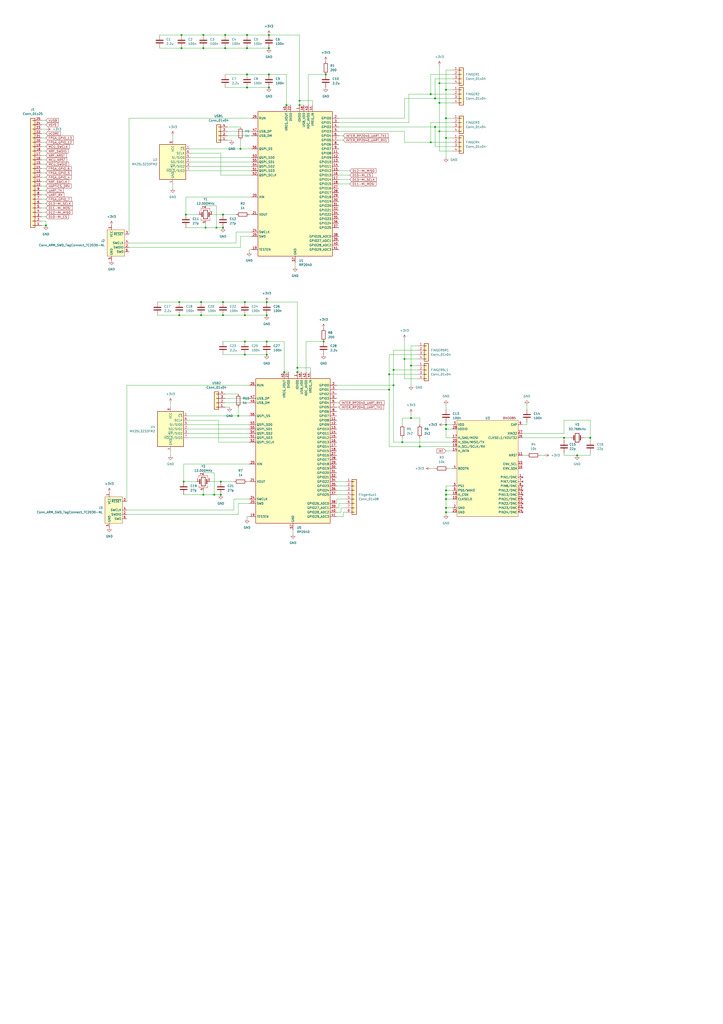
<source format=kicad_sch>
(kicad_sch (version 20230121) (generator eeschema)
  (paper "A2" portrait)
  (junction (at 107.95 124.46))
  (junction (at 124.46 287.02))
  (junction (at 259.08 287.02))
  (junction (at 166.37 60.96))
  (junction (at 172.72 213.36))
  (junction (at 118.11 287.02))
  (junction (at 259.08 297.18))
  (junction (at 243.84 259.08))
  (junction (at 129.54 182.88))
  (junction (at 138.43 241.3))
  (junction (at 142.24 205.74))
  (junction (at 165.1 215.9))
  (junction (at 259.08 68.58))
  (junction (at 252.73 73.66))
  (junction (at 342.9 254))
  (junction (at 238.76 242.57))
  (junction (at 104.14 182.88))
  (junction (at 105.41 20.32))
  (junction (at 116.84 182.88))
  (junction (at 143.51 20.32))
  (junction (at 116.84 175.26))
  (junction (at 104.14 175.26))
  (junction (at 228.6 214.63))
  (junction (at 173.99 58.42))
  (junction (at 129.54 124.46))
  (junction (at 172.72 215.9))
  (junction (at 154.94 198.12))
  (junction (at 259.08 80.01))
  (junction (at 156.21 27.94))
  (junction (at 156.21 50.8))
  (junction (at 252.73 57.15))
  (junction (at 130.81 27.94))
  (junction (at 226.06 226.06))
  (junction (at 255.27 59.69))
  (junction (at 255.27 48.26))
  (junction (at 238.76 212.09))
  (junction (at 154.94 182.88))
  (junction (at 125.73 132.08))
  (junction (at 233.68 256.54))
  (junction (at 143.51 50.8))
  (junction (at 226.06 217.17))
  (junction (at 255.27 76.2))
  (junction (at 119.38 132.08))
  (junction (at 26.67 130.81))
  (junction (at 327.66 254))
  (junction (at 259.08 284.48))
  (junction (at 142.24 175.26))
  (junction (at 105.41 27.94))
  (junction (at 259.08 52.07))
  (junction (at 128.27 279.4))
  (junction (at 250.19 82.55))
  (junction (at 129.54 132.08))
  (junction (at 173.99 60.96))
  (junction (at 130.81 20.32))
  (junction (at 142.24 182.88))
  (junction (at 156.21 43.18))
  (junction (at 189.23 43.18))
  (junction (at 234.95 208.28))
  (junction (at 154.94 205.74))
  (junction (at 156.21 20.32))
  (junction (at 118.11 27.94))
  (junction (at 187.96 198.12))
  (junction (at 139.7 86.36))
  (junction (at 259.08 248.92))
  (junction (at 142.24 198.12))
  (junction (at 259.08 289.56))
  (junction (at 228.6 223.52))
  (junction (at 143.51 27.94))
  (junction (at 128.27 287.02))
  (junction (at 335.28 264.16))
  (junction (at 250.19 54.61))
  (junction (at 259.08 246.38))
  (junction (at 143.51 43.18))
  (junction (at 154.94 175.26))
  (junction (at 259.08 294.64))
  (junction (at 106.68 279.4))
  (junction (at 129.54 175.26))
  (junction (at 118.11 20.32))
  (wire (pts (xy 128.27 279.4) (xy 135.89 279.4)))
  (wire (pts (xy 105.41 20.32) (xy 92.71 20.32)))
  (wire (pts (xy 259.08 284.48) (xy 259.08 287.02)))
  (wire (pts (xy 259.08 234.95) (xy 259.08 237.49)))
  (wire (pts (xy 130.81 20.32) (xy 118.11 20.32)))
  (wire (pts (xy 124.46 274.32) (xy 124.46 287.02)))
  (wire (pts (xy 132.08 73.66) (xy 139.7 73.66)))
  (wire (pts (xy 342.9 243.84) (xy 342.9 254)))
  (wire (pts (xy 172.72 215.9) (xy 175.26 215.9)))
  (wire (pts (xy 196.85 78.74) (xy 199.39 78.74)))
  (wire (pts (xy 109.22 243.84) (xy 127 243.84)))
  (wire (pts (xy 238.76 200.66) (xy 238.76 212.09)))
  (wire (pts (xy 74.93 143.51) (xy 139.7 143.51)))
  (wire (pts (xy 237.49 54.61) (xy 250.19 54.61)))
  (wire (pts (xy 226.06 217.17) (xy 242.57 217.17)))
  (wire (pts (xy 110.49 88.9) (xy 128.27 88.9)))
  (wire (pts (xy 106.68 287.02) (xy 118.11 287.02)))
  (wire (pts (xy 331.47 254) (xy 327.66 254)))
  (wire (pts (xy 24.13 82.55) (xy 26.67 82.55)))
  (wire (pts (xy 109.22 246.38) (xy 144.78 246.38)))
  (wire (pts (xy 234.95 68.58) (xy 234.95 57.15)))
  (wire (pts (xy 143.51 50.8) (xy 156.21 50.8)))
  (wire (pts (xy 242.57 200.66) (xy 238.76 200.66)))
  (wire (pts (xy 327.66 262.89) (xy 327.66 264.16)))
  (wire (pts (xy 233.68 254) (xy 233.68 256.54)))
  (wire (pts (xy 303.53 264.16) (xy 306.07 264.16)))
  (wire (pts (xy 24.13 113.03) (xy 26.67 113.03)))
  (wire (pts (xy 91.44 182.88) (xy 104.14 182.88)))
  (wire (pts (xy 106.68 279.4) (xy 114.3 279.4)))
  (wire (pts (xy 121.92 279.4) (xy 128.27 279.4)))
  (wire (pts (xy 105.41 27.94) (xy 118.11 27.94)))
  (wire (pts (xy 106.68 269.24) (xy 144.78 269.24)))
  (wire (pts (xy 262.89 281.94) (xy 259.08 281.94)))
  (wire (pts (xy 142.24 198.12) (xy 129.54 198.12)))
  (wire (pts (xy 118.11 287.02) (xy 124.46 287.02)))
  (wire (pts (xy 109.22 248.92) (xy 144.78 248.92)))
  (wire (pts (xy 123.19 124.46) (xy 129.54 124.46)))
  (wire (pts (xy 250.19 271.78) (xy 252.73 271.78)))
  (wire (pts (xy 259.08 246.38) (xy 259.08 245.11)))
  (wire (pts (xy 303.53 254) (xy 327.66 254)))
  (wire (pts (xy 255.27 76.2) (xy 255.27 87.63)))
  (wire (pts (xy 116.84 182.88) (xy 129.54 182.88)))
  (wire (pts (xy 237.49 71.12) (xy 237.49 54.61)))
  (wire (pts (xy 228.6 214.63) (xy 242.57 214.63)))
  (wire (pts (xy 259.08 248.92) (xy 259.08 246.38)))
  (wire (pts (xy 24.13 128.27) (xy 26.67 128.27)))
  (wire (pts (xy 313.69 264.16) (xy 316.23 264.16)))
  (wire (pts (xy 228.6 214.63) (xy 228.6 203.2)))
  (wire (pts (xy 238.76 240.03) (xy 238.76 242.57)))
  (wire (pts (xy 262.89 40.64) (xy 259.08 40.64)))
  (wire (pts (xy 242.57 212.09) (xy 238.76 212.09)))
  (wire (pts (xy 259.08 254) (xy 262.89 254)))
  (wire (pts (xy 262.89 54.61) (xy 250.19 54.61)))
  (wire (pts (xy 172.72 213.36) (xy 172.72 215.9)))
  (wire (pts (xy 257.81 246.38) (xy 259.08 246.38)))
  (wire (pts (xy 135.89 289.56) (xy 135.89 295.91)))
  (wire (pts (xy 196.85 99.06) (xy 203.2 99.06)))
  (wire (pts (xy 92.71 27.94) (xy 105.41 27.94)))
  (wire (pts (xy 74.93 68.58) (xy 146.05 68.58)))
  (wire (pts (xy 172.72 213.36) (xy 180.34 213.36)))
  (wire (pts (xy 243.84 259.08) (xy 262.89 259.08)))
  (wire (pts (xy 260.35 271.78) (xy 262.89 271.78)))
  (wire (pts (xy 335.28 264.16) (xy 342.9 264.16)))
  (wire (pts (xy 107.95 114.3) (xy 107.95 124.46)))
  (wire (pts (xy 259.08 287.02) (xy 262.89 287.02)))
  (wire (pts (xy 228.6 256.54) (xy 233.68 256.54)))
  (wire (pts (xy 180.34 215.9) (xy 180.34 213.36)))
  (wire (pts (xy 226.06 226.06) (xy 226.06 217.17)))
  (wire (pts (xy 24.13 110.49) (xy 26.67 110.49)))
  (wire (pts (xy 24.13 90.17) (xy 26.67 90.17)))
  (wire (pts (xy 125.73 132.08) (xy 129.54 132.08)))
  (wire (pts (xy 198.12 297.18) (xy 198.12 294.64)))
  (wire (pts (xy 166.37 43.18) (xy 156.21 43.18)))
  (wire (pts (xy 119.38 132.08) (xy 125.73 132.08)))
  (wire (pts (xy 234.95 82.55) (xy 250.19 82.55)))
  (wire (pts (xy 128.27 101.6) (xy 146.05 101.6)))
  (wire (pts (xy 154.94 198.12) (xy 142.24 198.12)))
  (wire (pts (xy 243.84 254) (xy 243.84 259.08)))
  (wire (pts (xy 109.22 254) (xy 144.78 254)))
  (wire (pts (xy 138.43 292.1) (xy 144.78 292.1)))
  (wire (pts (xy 135.89 295.91) (xy 73.66 295.91)))
  (wire (pts (xy 129.54 124.46) (xy 137.16 124.46)))
  (wire (pts (xy 262.89 59.69) (xy 255.27 59.69)))
  (wire (pts (xy 24.13 105.41) (xy 26.67 105.41)))
  (wire (pts (xy 143.51 299.72) (xy 144.78 299.72)))
  (wire (pts (xy 259.08 40.64) (xy 259.08 52.07)))
  (wire (pts (xy 228.6 223.52) (xy 228.6 214.63)))
  (wire (pts (xy 233.68 256.54) (xy 262.89 256.54)))
  (wire (pts (xy 250.19 43.18) (xy 262.89 43.18)))
  (wire (pts (xy 104.14 182.88) (xy 116.84 182.88)))
  (wire (pts (xy 132.08 81.28) (xy 134.62 81.28)))
  (wire (pts (xy 24.13 120.65) (xy 26.67 120.65)))
  (wire (pts (xy 170.18 307.34) (xy 170.18 309.88)))
  (wire (pts (xy 156.21 20.32) (xy 143.51 20.32)))
  (wire (pts (xy 259.08 246.38) (xy 262.89 246.38)))
  (wire (pts (xy 143.51 20.32) (xy 130.81 20.32)))
  (wire (pts (xy 242.57 205.74) (xy 226.06 205.74)))
  (wire (pts (xy 138.43 298.45) (xy 138.43 292.1)))
  (wire (pts (xy 144.78 144.78) (xy 146.05 144.78)))
  (wire (pts (xy 142.24 205.74) (xy 154.94 205.74)))
  (wire (pts (xy 110.49 96.52) (xy 146.05 96.52)))
  (wire (pts (xy 195.58 233.68) (xy 196.85 233.68)))
  (wire (pts (xy 24.13 118.11) (xy 26.67 118.11)))
  (wire (pts (xy 129.54 182.88) (xy 142.24 182.88)))
  (wire (pts (xy 24.13 77.47) (xy 26.67 77.47)))
  (wire (pts (xy 181.61 60.96) (xy 181.61 58.42)))
  (wire (pts (xy 165.1 198.12) (xy 165.1 215.9)))
  (wire (pts (xy 195.58 299.72) (xy 199.39 299.72)))
  (wire (pts (xy 195.58 279.4) (xy 200.66 279.4)))
  (wire (pts (xy 24.13 125.73) (xy 26.67 125.73)))
  (wire (pts (xy 143.51 279.4) (xy 144.78 279.4)))
  (wire (pts (xy 196.85 292.1) (xy 200.66 292.1)))
  (wire (pts (xy 196.85 101.6) (xy 203.2 101.6)))
  (wire (pts (xy 226.06 205.74) (xy 226.06 217.17)))
  (wire (pts (xy 24.13 87.63) (xy 26.67 87.63)))
  (wire (pts (xy 252.73 45.72) (xy 262.89 45.72)))
  (wire (pts (xy 195.58 236.22) (xy 196.85 236.22)))
  (wire (pts (xy 177.8 198.12) (xy 187.96 198.12)))
  (wire (pts (xy 262.89 294.64) (xy 259.08 294.64)))
  (wire (pts (xy 233.68 246.38) (xy 233.68 242.57)))
  (wire (pts (xy 125.73 119.38) (xy 125.73 132.08)))
  (wire (pts (xy 179.07 43.18) (xy 189.23 43.18)))
  (wire (pts (xy 137.16 134.62) (xy 137.16 140.97)))
  (wire (pts (xy 303.53 251.46) (xy 327.66 251.46)))
  (wire (pts (xy 327.66 264.16) (xy 335.28 264.16)))
  (wire (pts (xy 107.95 124.46) (xy 115.57 124.46)))
  (wire (pts (xy 252.73 73.66) (xy 262.89 73.66)))
  (wire (pts (xy 132.08 78.74) (xy 146.05 78.74)))
  (wire (pts (xy 195.58 297.18) (xy 198.12 297.18)))
  (wire (pts (xy 73.66 298.45) (xy 138.43 298.45)))
  (wire (pts (xy 143.51 43.18) (xy 130.81 43.18)))
  (wire (pts (xy 177.8 198.12) (xy 177.8 215.9)))
  (wire (pts (xy 144.78 124.46) (xy 146.05 124.46)))
  (wire (pts (xy 252.73 85.09) (xy 252.73 73.66)))
  (wire (pts (xy 259.08 297.18) (xy 262.89 297.18)))
  (wire (pts (xy 118.11 284.48) (xy 118.11 287.02)))
  (wire (pts (xy 127 256.54) (xy 144.78 256.54)))
  (wire (pts (xy 156.21 43.18) (xy 143.51 43.18)))
  (wire (pts (xy 24.13 100.33) (xy 26.67 100.33)))
  (wire (pts (xy 259.08 294.64) (xy 259.08 297.18)))
  (wire (pts (xy 143.51 300.99) (xy 143.51 299.72)))
  (wire (pts (xy 262.89 82.55) (xy 250.19 82.55)))
  (wire (pts (xy 339.09 254) (xy 342.9 254)))
  (wire (pts (xy 24.13 115.57) (xy 26.67 115.57)))
  (wire (pts (xy 234.95 219.71) (xy 234.95 208.28)))
  (wire (pts (xy 139.7 81.28) (xy 139.7 86.36)))
  (wire (pts (xy 100.33 78.74) (xy 100.33 81.28)))
  (wire (pts (xy 196.85 68.58) (xy 234.95 68.58)))
  (wire (pts (xy 259.08 248.92) (xy 262.89 248.92)))
  (wire (pts (xy 110.49 99.06) (xy 146.05 99.06)))
  (wire (pts (xy 195.58 289.56) (xy 200.66 289.56)))
  (wire (pts (xy 166.37 43.18) (xy 166.37 60.96)))
  (wire (pts (xy 130.81 236.22) (xy 133.35 236.22)))
  (wire (pts (xy 262.89 68.58) (xy 259.08 68.58)))
  (wire (pts (xy 173.99 20.32) (xy 173.99 58.42)))
  (wire (pts (xy 142.24 182.88) (xy 154.94 182.88)))
  (wire (pts (xy 26.67 74.93) (xy 24.13 74.93)))
  (wire (pts (xy 110.49 91.44) (xy 146.05 91.44)))
  (wire (pts (xy 172.72 175.26) (xy 172.72 213.36)))
  (wire (pts (xy 24.13 123.19) (xy 26.67 123.19)))
  (wire (pts (xy 303.53 246.38) (xy 306.07 246.38)))
  (wire (pts (xy 259.08 68.58) (xy 259.08 80.01)))
  (wire (pts (xy 124.46 287.02) (xy 128.27 287.02)))
  (wire (pts (xy 130.81 231.14) (xy 144.78 231.14)))
  (wire (pts (xy 327.66 243.84) (xy 342.9 243.84)))
  (wire (pts (xy 196.85 76.2) (xy 234.95 76.2)))
  (wire (pts (xy 196.85 73.66) (xy 252.73 73.66)))
  (wire (pts (xy 195.58 287.02) (xy 200.66 287.02)))
  (wire (pts (xy 137.16 140.97) (xy 74.93 140.97)))
  (wire (pts (xy 238.76 212.09) (xy 238.76 223.52)))
  (wire (pts (xy 259.08 52.07) (xy 259.08 68.58)))
  (wire (pts (xy 255.27 38.1) (xy 255.27 48.26)))
  (wire (pts (xy 118.11 27.94) (xy 130.81 27.94)))
  (wire (pts (xy 199.39 297.18) (xy 200.66 297.18)))
  (wire (pts (xy 196.85 294.64) (xy 196.85 292.1)))
  (wire (pts (xy 24.13 97.79) (xy 26.67 97.79)))
  (wire (pts (xy 234.95 76.2) (xy 234.95 82.55)))
  (wire (pts (xy 24.13 72.39) (xy 26.67 72.39)))
  (wire (pts (xy 106.68 269.24) (xy 106.68 279.4)))
  (wire (pts (xy 139.7 143.51) (xy 139.7 137.16)))
  (wire (pts (xy 100.33 106.68) (xy 100.33 109.22)))
  (wire (pts (xy 179.07 43.18) (xy 179.07 60.96)))
  (wire (pts (xy 262.89 85.09) (xy 252.73 85.09)))
  (wire (pts (xy 259.08 281.94) (xy 259.08 284.48)))
  (wire (pts (xy 195.58 294.64) (xy 196.85 294.64)))
  (wire (pts (xy 119.38 129.54) (xy 119.38 132.08)))
  (wire (pts (xy 99.06 233.68) (xy 99.06 236.22)))
  (wire (pts (xy 252.73 57.15) (xy 252.73 45.72)))
  (wire (pts (xy 173.99 60.96) (xy 176.53 60.96)))
  (wire (pts (xy 259.08 289.56) (xy 262.89 289.56)))
  (wire (pts (xy 173.99 58.42) (xy 173.99 60.96)))
  (wire (pts (xy 255.27 48.26) (xy 262.89 48.26)))
  (wire (pts (xy 306.07 234.95) (xy 306.07 237.49)))
  (wire (pts (xy 110.49 93.98) (xy 146.05 93.98)))
  (wire (pts (xy 196.85 71.12) (xy 237.49 71.12)))
  (wire (pts (xy 127 243.84) (xy 127 256.54)))
  (wire (pts (xy 195.58 284.48) (xy 200.66 284.48)))
  (wire (pts (xy 259.08 261.62) (xy 262.89 261.62)))
  (wire (pts (xy 156.21 20.32) (xy 173.99 20.32)))
  (wire (pts (xy 165.1 198.12) (xy 154.94 198.12)))
  (wire (pts (xy 250.19 54.61) (xy 250.19 43.18)))
  (wire (pts (xy 173.99 58.42) (xy 181.61 58.42)))
  (wire (pts (xy 74.93 68.58) (xy 74.93 135.89)))
  (wire (pts (xy 228.6 223.52) (xy 228.6 256.54)))
  (wire (pts (xy 262.89 80.01) (xy 259.08 80.01)))
  (wire (pts (xy 143.51 27.94) (xy 156.21 27.94)))
  (wire (pts (xy 233.68 242.57) (xy 238.76 242.57)))
  (wire (pts (xy 24.13 130.81) (xy 26.67 130.81)))
  (wire (pts (xy 262.89 57.15) (xy 252.73 57.15)))
  (wire (pts (xy 109.22 251.46) (xy 144.78 251.46)))
  (wire (pts (xy 262.89 52.07) (xy 259.08 52.07)))
  (wire (pts (xy 142.24 175.26) (xy 129.54 175.26)))
  (wire (pts (xy 198.12 294.64) (xy 200.66 294.64)))
  (wire (pts (xy 24.13 107.95) (xy 26.67 107.95)))
  (wire (pts (xy 139.7 137.16) (xy 146.05 137.16)))
  (wire (pts (xy 130.81 50.8) (xy 143.51 50.8)))
  (wire (pts (xy 242.57 219.71) (xy 234.95 219.71)))
  (wire (pts (xy 130.81 233.68) (xy 144.78 233.68)))
  (wire (pts (xy 259.08 297.18) (xy 259.08 298.45)))
  (wire (pts (xy 132.08 76.2) (xy 146.05 76.2)))
  (wire (pts (xy 195.58 226.06) (xy 226.06 226.06)))
  (wire (pts (xy 119.38 119.38) (xy 125.73 119.38)))
  (wire (pts (xy 116.84 175.26) (xy 104.14 175.26)))
  (wire (pts (xy 154.94 175.26) (xy 142.24 175.26)))
  (wire (pts (xy 234.95 208.28) (xy 242.57 208.28)))
  (wire (pts (xy 327.66 251.46) (xy 327.66 243.84)))
  (wire (pts (xy 196.85 106.68) (xy 203.2 106.68)))
  (wire (pts (xy 146.05 114.3) (xy 107.95 114.3)))
  (wire (pts (xy 73.66 223.52) (xy 144.78 223.52)))
  (wire (pts (xy 107.95 132.08) (xy 119.38 132.08)))
  (wire (pts (xy 250.19 82.55) (xy 250.19 71.12)))
  (wire (pts (xy 262.89 87.63) (xy 255.27 87.63)))
  (wire (pts (xy 24.13 95.25) (xy 26.67 95.25)))
  (wire (pts (xy 262.89 76.2) (xy 255.27 76.2)))
  (wire (pts (xy 238.76 242.57) (xy 243.84 242.57)))
  (wire (pts (xy 342.9 254) (xy 342.9 255.27)))
  (wire (pts (xy 234.95 57.15) (xy 252.73 57.15)))
  (wire (pts (xy 327.66 254) (xy 327.66 255.27)))
  (wire (pts (xy 250.19 71.12) (xy 262.89 71.12)))
  (wire (pts (xy 342.9 264.16) (xy 342.9 262.89)))
  (wire (pts (xy 139.7 86.36) (xy 146.05 86.36)))
  (wire (pts (xy 255.27 59.69) (xy 255.27 76.2)))
  (wire (pts (xy 259.08 284.48) (xy 262.89 284.48)))
  (wire (pts (xy 118.11 20.32) (xy 105.41 20.32)))
  (wire (pts (xy 24.13 102.87) (xy 26.67 102.87)))
  (wire (pts (xy 195.58 281.94) (xy 200.66 281.94)))
  (wire (pts (xy 130.81 228.6) (xy 138.43 228.6)))
  (wire (pts (xy 259.08 289.56) (xy 259.08 294.64)))
  (wire (pts (xy 255.27 48.26) (xy 255.27 59.69)))
  (wire (pts (xy 144.78 146.05) (xy 144.78 144.78)))
  (wire (pts (xy 234.95 208.28) (xy 234.95 196.85)))
  (wire (pts (xy 226.06 259.08) (xy 243.84 259.08)))
  (wire (pts (xy 146.05 134.62) (xy 137.16 134.62)))
  (wire (pts (xy 199.39 299.72) (xy 199.39 297.18)))
  (wire (pts (xy 138.43 236.22) (xy 138.43 241.3)))
  (wire (pts (xy 24.13 85.09) (xy 26.67 85.09)))
  (wire (pts (xy 195.58 292.1) (xy 195.58 289.56)))
  (wire (pts (xy 196.85 81.28) (xy 199.39 81.28)))
  (wire (pts (xy 243.84 242.57) (xy 243.84 246.38)))
  (wire (pts (xy 73.66 223.52) (xy 73.66 290.83)))
  (wire (pts (xy 128.27 88.9) (xy 128.27 101.6)))
  (wire (pts (xy 110.49 86.36) (xy 139.7 86.36)))
  (wire (pts (xy 138.43 241.3) (xy 144.78 241.3)))
  (wire (pts (xy 109.22 241.3) (xy 138.43 241.3)))
  (wire (pts (xy 259.08 80.01) (xy 259.08 91.44)))
  (wire (pts (xy 259.08 248.92) (xy 259.08 254)))
  (wire (pts (xy 130.81 27.94) (xy 143.51 27.94)))
  (wire (pts (xy 26.67 128.27) (xy 26.67 130.81)))
  (wire (pts (xy 118.11 274.32) (xy 124.46 274.32)))
  (wire (pts (xy 195.58 223.52) (xy 228.6 223.52)))
  (wire (pts (xy 24.13 92.71) (xy 26.67 92.71)))
  (wire (pts (xy 99.06 261.62) (xy 99.06 264.16)))
  (wire (pts (xy 129.54 205.74) (xy 142.24 205.74)))
  (wire (pts (xy 171.45 152.4) (xy 171.45 154.94)))
  (wire (pts (xy 104.14 175.26) (xy 91.44 175.26)))
  (wire (pts (xy 196.85 104.14) (xy 203.2 104.14)))
  (wire (pts (xy 24.13 69.85) (xy 26.67 69.85)))
  (wire (pts (xy 129.54 175.26) (xy 116.84 175.26)))
  (wire (pts (xy 228.6 203.2) (xy 242.57 203.2)))
  (wire (pts (xy 166.37 60.96) (xy 168.91 60.96)))
  (wire (pts (xy 154.94 175.26) (xy 172.72 175.26)))
  (wire (pts (xy 306.07 246.38) (xy 306.07 245.11)))
  (wire (pts (xy 24.13 80.01) (xy 26.67 80.01)))
  (wire (pts (xy 259.08 287.02) (xy 259.08 289.56)))
  (wire (pts (xy 226.06 226.06) (xy 226.06 259.08)))
  (wire (pts (xy 144.78 289.56) (xy 135.89 289.56)))
  (wire (pts (xy 165.1 215.9) (xy 167.64 215.9)))
  (global_label "NRF_SWDIO" (shape input) (at 26.67 87.63 0) (property "Intersheetrefs" "${INTERSHEET_REFS}" (effects hide)))
  (global_label "D10-MI_CS" (shape input) (at 26.67 125.73 0) (property "Intersheetrefs" "${INTERSHEET_REFS}" (effects hide)))
  (global_label "MCU_NRST" (shape input) (at 26.67 92.71 0) (property "Intersheetrefs" "${INTERSHEET_REFS}" (effects hide)))
  (global_label "D12-MI_MISO" (shape input) (at 26.67 123.19 0) (property "Intersheetrefs" "${INTERSHEET_REFS}" (effects hide)))
  (global_label "NRF_SWCLK" (shape input) (at 26.67 105.41 0) (property "Intersheetrefs" "${INTERSHEET_REFS}" (effects hide)))
  (global_label "UART_TX" (shape input) (at 26.67 110.49 0) (property "Intersheetrefs" "${INTERSHEET_REFS}" (effects hide)))
  (global_label "VSYS" (shape input) (at 26.67 72.39 0) (property "Intersheetrefs" "${INTERSHEET_REFS}" (effects hide)))
  (global_label "INTER_RP2040_UART_RX1" (shape input) (at 199.39 81.28 0) (property "Intersheetrefs" "${INTERSHEET_REFS}" (effects hide)))
  (global_label "D10-MI_CS" (shape input) (at 203.2 101.6 0) (property "Intersheetrefs" "${INTERSHEET_REFS}" (effects hide)))
  (global_label "INTER_RP2040_UART_TX1" (shape input) (at 199.39 78.74 0) (property "Intersheetrefs" "${INTERSHEET_REFS}" (effects hide)))
  (global_label "D11-MI_MOSI" (shape input) (at 203.2 106.68 0) (property "Intersheetrefs" "${INTERSHEET_REFS}" (effects hide)))
  (global_label "D13-MI_SCLK" (shape input) (at 26.67 118.11 0) (property "Intersheetrefs" "${INTERSHEET_REFS}" (effects hide)))
  (global_label "INT" (shape input) (at 259.08 261.62 180) (property "Intersheetrefs" "${INTERSHEET_REFS}" (effects hide)))
  (global_label "INTER_RP2040_UART_RX1" (shape input) (at 196.85 233.68 0) (property "Intersheetrefs" "${INTERSHEET_REFS}" (effects hide)))
  (global_label "D13-MI_SCLK" (shape input) (at 203.2 104.14 0) (property "Intersheetrefs" "${INTERSHEET_REFS}" (effects hide)))
  (global_label "UART_RX" (shape input) (at 26.67 113.03 0) (property "Intersheetrefs" "${INTERSHEET_REFS}" (effects hide)))
  (global_label "D11-MI_MOSI" (shape input) (at 26.67 120.65 0) (property "Intersheetrefs" "${INTERSHEET_REFS}" (effects hide)))
  (global_label "FPGA_GPIO_6" (shape input) (at 26.67 97.79 0) (property "Intersheetrefs" "${INTERSHEET_REFS}" (effects hide)))
  (global_label "FPGA_GPIO_13" (shape input) (at 26.67 80.01 0) (property "Intersheetrefs" "${INTERSHEET_REFS}" (effects hide)))
  (global_label "MCU_SWCLK" (shape input) (at 26.67 85.09 0) (property "Intersheetrefs" "${INTERSHEET_REFS}" (effects hide)))
  (global_label "INTER_RP2040_UART_TX1" (shape input) (at 196.85 236.22 0) (property "Intersheetrefs" "${INTERSHEET_REFS}" (effects hide)))
  (global_label "FPGA_GPIO_12" (shape input) (at 26.67 82.55 0) (property "Intersheetrefs" "${INTERSHEET_REFS}" (effects hide)))
  (global_label "FPGA_GPIO_4" (shape input) (at 26.67 102.87 0) (property "Intersheetrefs" "${INTERSHEET_REFS}" (effects hide)))
  (global_label "FPGA_GPIO_7" (shape input) (at 26.67 115.57 0) (property "Intersheetrefs" "${INTERSHEET_REFS}" (effects hide)))
  (global_label "HAPTICS_DRV" (shape input) (at 26.67 107.95 0) (property "Intersheetrefs" "${INTERSHEET_REFS}" (effects hide)))
  (global_label "VUSB" (shape input) (at 26.67 69.85 0) (property "Intersheetrefs" "${INTERSHEET_REFS}" (effects hide)))
  (global_label "D12-MI_MISO" (shape input) (at 203.2 99.06 0) (property "Intersheetrefs" "${INTERSHEET_REFS}" (effects hide)))
  (global_label "MCU_SWDIO" (shape input) (at 26.67 95.25 0) (property "Intersheetrefs" "${INTERSHEET_REFS}" (effects hide)))
  (global_label "FPGA_GPIO_5" (shape input) (at 26.67 100.33 0) (property "Intersheetrefs" "${INTERSHEET_REFS}" (effects hide)))
  (global_label "VCORE" (shape input) (at 26.67 77.47 0) (property "Intersheetrefs" "${INTERSHEET_REFS}" (effects hide)))
  (global_label "NRF_NRST" (shape input) (at 26.67 90.17 0) (property "Intersheetrefs" "${INTERSHEET_REFS}" (effects hide)))
  (symbol (lib_id "Connector_Generic:Conn_01x04") (at 267.97 54.61 0) (unit 1)
    (property "Reference" "FINGER2" (at 270.51 54.61 0) (effects (justify left)))
    (property "Value" "Conn_01x04" (at 270.51 57.15 0) (effects (justify left)))
    (property "Footprint" "Connector_JST:JST_SH_SM04B-SRSS-TB_1x04-1MP_P1.00mm_Horizontal" (effects hide))
  )
  (symbol (lib_id "Device:R") (at 189.23 39.37 0) (unit 1)
    (property "Reference" "R1" (at 191.77 38.1 0) (effects (justify left)))
    (property "Value" "200" (at 191.77 40.64 0) (effects (justify left)))
    (property "Footprint" "Resistor_SMD:R_0402_1005Metric" (effects hide))
  )
  (symbol (lib_id "power:GND") (at 144.78 146.05 0) (unit 1)
    (property "Reference" "#PWR05" (effects hide))
    (property "Value" "GND" (at 144.78 151.13 0))
  )
  (symbol (lib_id "Device:C") (at 91.44 179.07 0) (unit 1)
    (property "Reference" "C17" (at 95.25 177.8 0) (effects (justify left)))
    (property "Value" "2.2u" (at 95.25 180.34 0) (effects (justify left)))
    (property "Footprint" "Capacitor_SMD:C_0402_1005Metric" (effects hide))
  )
  (symbol (lib_id "power:GND") (at 26.67 130.81 0) (unit 1)
    (property "Reference" "#PWR02" (effects hide))
    (property "Value" "GND" (at 26.67 135.89 0))
  )
  (symbol (lib_id "Device:C") (at 107.95 128.27 0) (unit 1)
    (property "Reference" "C11" (at 111.76 127 0) (effects (justify left)))
    (property "Value" "27p" (at 111.76 129.54 0) (effects (justify left)))
    (property "Footprint" "Capacitor_SMD:C_0402_1005Metric" (effects hide))
  )
  (symbol (lib_id "Device:R") (at 140.97 124.46 90) (unit 1)
    (property "Reference" "R2" (at 140.97 118.11 90))
    (property "Value" "1k" (at 140.97 120.65 90))
    (property "Footprint" "Resistor_SMD:R_0402_1005Metric" (effects hide))
  )
  (symbol (lib_id "power:GND") (at 187.96 205.74 0) (unit 1)
    (property "Reference" "#PWR040" (effects hide))
    (property "Value" "GND" (at 187.96 210.82 0))
  )
  (symbol (lib_id "Device:C") (at 259.08 241.3 0) (unit 1)
    (property "Reference" "C13" (at 262.89 240.03 0) (effects (justify left)))
    (property "Value" "100n" (at 262.89 242.57 0) (effects (justify left)))
    (property "Footprint" "Capacitor_SMD:C_0402_1005Metric" (effects hide))
  )
  (symbol (lib_id "power:GND") (at 134.62 81.28 0) (unit 1)
    (property "Reference" "#PWR016" (effects hide))
    (property "Value" "GND" (at 134.62 86.36 0))
  )
  (symbol (lib_id "power:+3V3") (at 156.21 20.32 0) (unit 1)
    (property "Reference" "#PWR09" (effects hide))
    (property "Value" "+3V3" (at 156.21 15.24 0))
  )
  (symbol (lib_id "power:+3V3") (at 189.23 35.56 0) (unit 1)
    (property "Reference" "#PWR011" (effects hide))
    (property "Value" "+3V3" (at 189.23 30.48 0))
  )
  (symbol (lib_id "power:GND") (at 133.35 236.22 0) (unit 1)
    (property "Reference" "#PWR032" (effects hide))
    (property "Value" "GND" (at 133.35 241.3 0))
  )
  (symbol (lib_id "power:GND") (at 259.08 234.95 180) (unit 1)
    (property "Reference" "#PWR021" (effects hide))
    (property "Value" "GND" (at 259.08 229.87 0))
  )
  (symbol (lib_id "Connector:Conn_ARM_SWD_TagConnect_TC2030-NL") (at 67.31 140.97 0) (unit 1) (in_bom no)
    (property "Reference" "J2" (at 60.96 139.7 0) (effects (justify right)))
    (property "Value" "Conn_ARM_SWD_TagConnect_TC2030-NL" (at 60.96 142.24 0) (effects (justify right)))
    (property "Footprint" "Connector:Tag-Connect_TC2030-IDC-NL_2x03_P1.27mm_Vertical" (effects hide))
    (property "Datasheet" "https://www.tag-connect.com/wp-content/uploads/bsk-pdf-manager/TC2030-CTX_1.pdf" (effects hide))
  )
  (symbol (lib_id "power:GND") (at 259.08 91.44 0) (unit 1)
    (property "Reference" "#PWR020" (effects hide))
    (property "Value" "GND" (at 261.62 92.71 0) (effects (justify left)))
  )
  (symbol (lib_id "power:+3V3") (at 100.33 78.74 0) (unit 1)
    (property "Reference" "#PWR04" (effects hide))
    (property "Value" "+3V3" (at 100.33 73.66 0))
  )
  (symbol (lib_id "power:+3V3") (at 26.67 74.93 270) (unit 1)
    (property "Reference" "#PWR01" (effects hide))
    (property "Value" "+3V3" (at 30.48 74.93 90) (effects (justify left)))
  )
  (symbol (lib_id "Connector_Generic:Conn_01x04") (at 267.97 71.12 0) (unit 1)
    (property "Reference" "FINGER3" (at 270.51 71.12 0) (effects (justify left)))
    (property "Value" "Conn_01x04" (at 270.51 73.66 0) (effects (justify left)))
    (property "Footprint" "Connector_JST:JST_SH_SM04B-SRSS-TB_1x04-1MP_P1.00mm_Horizontal" (effects hide))
  )
  (symbol (lib_id "power:GND") (at 306.07 234.95 180) (unit 1)
    (property "Reference" "#PWR023" (effects hide))
    (property "Value" "GND" (at 306.07 229.87 0))
  )
  (symbol (lib_id "Device:R") (at 233.68 250.19 0) (unit 1)
    (property "Reference" "R5" (at 236.22 248.92 0) (effects (justify left)))
    (property "Value" "2k2" (at 236.22 251.46 0) (effects (justify left)))
    (property "Footprint" "Resistor_SMD:R_0402_1005Metric" (effects hide))
  )
  (symbol (lib_id "Device:Crystal_GND24") (at 119.38 124.46 0) (unit 1)
    (property "Reference" "Y1" (at 119.38 115.57 0))
    (property "Value" "12.000MHz" (at 119.38 118.11 0))
    (property "Footprint" "Crystal:Crystal_SMD_3225-4Pin_3.2x2.5mm" (effects hide))
    (property "Datasheet" "https://www.farnell.com/datasheets/2865826.pdf" (effects hide))
  )
  (symbol (lib_id "power:+3V3") (at 234.95 196.85 0) (unit 1)
    (property "Reference" "#PWR042" (effects hide))
    (property "Value" "+3V3" (at 234.95 191.77 0))
  )
  (symbol (lib_id "Connector:Conn_ARM_SWD_TagConnect_TC2030-NL") (at 66.04 295.91 0) (unit 1) (in_bom no)
    (property "Reference" "J3" (at 59.69 294.64 0) (effects (justify right)))
    (property "Value" "Conn_ARM_SWD_TagConnect_TC2030-NL" (at 59.69 297.18 0) (effects (justify right)))
    (property "Footprint" "Connector:Tag-Connect_TC2030-IDC-NL_2x03_P1.27mm_Vertical" (effects hide))
    (property "Datasheet" "https://www.tag-connect.com/wp-content/uploads/bsk-pdf-manager/TC2030-CTX_1.pdf" (effects hide))
  )
  (symbol (lib_id "Device:C") (at 156.21 46.99 0) (unit 1)
    (property "Reference" "C9" (at 160.02 45.72 0) (effects (justify left)))
    (property "Value" "100n" (at 160.02 48.26 0) (effects (justify left)))
    (property "Footprint" "Capacitor_SMD:C_0402_1005Metric" (effects hide))
  )
  (symbol (lib_id "Device:C") (at 154.94 179.07 0) (unit 1)
    (property "Reference" "C26" (at 158.75 177.8 0) (effects (justify left)))
    (property "Value" "100n" (at 158.75 180.34 0) (effects (justify left)))
    (property "Footprint" "Capacitor_SMD:C_0402_1005Metric" (effects hide))
  )
  (symbol (lib_id "Device:C") (at 142.24 201.93 0) (unit 1)
    (property "Reference" "C25" (at 146.05 200.66 0) (effects (justify left)))
    (property "Value" "100n" (at 146.05 203.2 0) (effects (justify left)))
    (property "Footprint" "Capacitor_SMD:C_0402_1005Metric" (effects hide))
  )
  (symbol (lib_id "power:GND") (at 259.08 298.45 0) (unit 1)
    (property "Reference" "#PWR022" (effects hide))
    (property "Value" "GND" (at 259.08 303.53 0))
  )
  (symbol (lib_id "Device:R") (at 309.88 264.16 270) (unit 1)
    (property "Reference" "R4" (at 309.88 257.81 90))
    (property "Value" "10k" (at 309.88 260.35 90))
    (property "Footprint" "Resistor_SMD:R_0402_1005Metric" (effects hide))
  )
  (symbol (lib_id "Device:C") (at 116.84 179.07 0) (unit 1)
    (property "Reference" "C20" (at 120.65 177.8 0) (effects (justify left)))
    (property "Value" "100n" (at 120.65 180.34 0) (effects (justify left)))
    (property "Footprint" "Capacitor_SMD:C_0402_1005Metric" (effects hide))
  )
  (symbol (lib_id "Device:C") (at 92.71 24.13 0) (unit 1)
    (property "Reference" "C1" (at 96.52 22.86 0) (effects (justify left)))
    (property "Value" "2.2u" (at 96.52 25.4 0) (effects (justify left)))
    (property "Footprint" "Capacitor_SMD:C_0402_1005Metric" (effects hide))
  )
  (symbol (lib_id "power:GND") (at 335.28 264.16 0) (unit 1)
    (property "Reference" "#PWR025" (effects hide))
    (property "Value" "GND" (at 335.28 269.24 0))
  )
  (symbol (lib_id "MCU_RaspberryPi:RP2040") (at 171.45 106.68 0) (unit 1)
    (property "Reference" "U1" (at 173.6441 151.13 0) (effects (justify left)))
    (property "Value" "RP2040" (at 173.6441 153.67 0) (effects (justify left)))
    (property "Footprint" "Package_DFN_QFN:QFN-56-1EP_7x7mm_P0.4mm_EP3.2x3.2mm" (effects hide))
    (property "Datasheet" "https://datasheets.raspberrypi.com/rp2040/rp2040-datasheet.pdf" (effects hide))
  )
  (symbol (lib_id "power:GND") (at 238.76 223.52 0) (unit 1)
    (property "Reference" "#PWR041" (effects hide))
    (property "Value" "GND" (at 241.3 224.79 0) (effects (justify left)))
  )
  (symbol (lib_id "power:+3V3") (at 316.23 264.16 270) (unit 1)
    (property "Reference" "#PWR024" (effects hide))
    (property "Value" "+3V3" (at 320.04 264.16 90) (effects (justify left)))
  )
  (symbol (lib_id "Device:C") (at 130.81 24.13 0) (unit 1)
    (property "Reference" "C4" (at 134.62 22.86 0) (effects (justify left)))
    (property "Value" "100n" (at 134.62 25.4 0) (effects (justify left)))
    (property "Footprint" "Capacitor_SMD:C_0402_1005Metric" (effects hide))
  )
  (symbol (lib_id "Device:R") (at 139.7 77.47 180) (unit 1)
    (property "Reference" "R9" (at 142.24 76.2 0) (effects (justify right)))
    (property "Value" "1k" (at 142.24 78.74 0) (effects (justify right)))
    (property "Footprint" "Resistor_SMD:R_0402_1005Metric" (effects hide))
  )
  (symbol (lib_id "Memory_Flash:MX25L3233FM2") (at 100.33 93.98 0) (mirror y) (unit 1)
    (property "Reference" "U2" (at 91.44 92.71 0) (effects (justify left)))
    (property "Value" "MX25L3233FM2" (at 91.44 95.25 0) (effects (justify left)))
    (property "Footprint" "Package_SO:SOP-8_5.28x5.23mm_P1.27mm" (effects hide))
    (property "Datasheet" "https://www.macronix.com/Lists/Datasheet/Attachments/8377/MX25L3233F,%203V,%2032Mb,%20v1.1.pdf" (effects hide))
  )
  (symbol (lib_id "power:GND") (at 156.21 27.94 0) (unit 1)
    (property "Reference" "#PWR07" (effects hide))
    (property "Value" "GND" (at 156.21 33.02 0))
  )
  (symbol (lib_id "power:+3V3") (at 257.81 246.38 90) (unit 1)
    (property "Reference" "#PWR018" (effects hide))
    (property "Value" "+3V3" (at 254 246.38 90) (effects (justify left)))
  )
  (symbol (lib_id "power:+3V3") (at 238.76 240.03 0) (unit 1)
    (property "Reference" "#PWR026" (effects hide))
    (property "Value" "+3V3" (at 238.76 234.95 0))
  )
  (symbol (lib_id "Device:C") (at 143.51 24.13 0) (unit 1)
    (property "Reference" "C5" (at 147.32 22.86 0) (effects (justify left)))
    (property "Value" "100n" (at 147.32 25.4 0) (effects (justify left)))
    (property "Footprint" "Capacitor_SMD:C_0402_1005Metric" (effects hide))
  )
  (symbol (lib_id "Device:C") (at 128.27 283.21 0) (unit 1)
    (property "Reference" "C21" (at 132.08 281.94 0) (effects (justify left)))
    (property "Value" "27p" (at 132.08 284.48 0) (effects (justify left)))
    (property "Footprint" "Capacitor_SMD:C_0402_1005Metric" (effects hide))
  )
  (symbol (lib_id "IMUs:BNO085") (at 283.21 270.51 0) (unit 1)
    (property "Reference" "U3" (at 283.21 242.57 0))
    (property "Footprint" "Package_LGA:LGA-28_5.2x3.8mm_P0.5mm" (effects hide))
  )
  (symbol (lib_id "Device:R") (at 139.7 279.4 90) (unit 1)
    (property "Reference" "R7" (at 139.7 273.05 90))
    (property "Value" "1k" (at 139.7 275.59 90))
    (property "Footprint" "Resistor_SMD:R_0402_1005Metric" (effects hide))
  )
  (symbol (lib_id "Device:C") (at 106.68 283.21 0) (unit 1)
    (property "Reference" "C19" (at 110.49 281.94 0) (effects (justify left)))
    (property "Value" "27p" (at 110.49 284.48 0) (effects (justify left)))
    (property "Footprint" "Capacitor_SMD:C_0402_1005Metric" (effects hide))
  )
  (symbol (lib_id "power:+3V3") (at 250.19 271.78 90) (unit 1)
    (property "Reference" "#PWR017" (effects hide))
    (property "Value" "+3V3" (at 246.38 271.78 90) (effects (justify left)))
  )
  (symbol (lib_id "power:GND") (at 129.54 132.08 0) (unit 1)
    (property "Reference" "#PWR013" (effects hide))
    (property "Value" "GND" (at 129.54 137.16 0))
  )
  (symbol (lib_id "power:+3V3") (at 64.77 130.81 0) (unit 1)
    (property "Reference" "#PWR014" (effects hide))
    (property "Value" "+3V3" (at 64.77 125.73 0))
  )
  (symbol (lib_id "Device:Crystal_GND24") (at 118.11 279.4 0) (unit 1)
    (property "Reference" "Y2" (at 118.11 270.51 0))
    (property "Value" "12.000MHz" (at 118.11 273.05 0))
    (property "Footprint" "Crystal:Crystal_SMD_3225-4Pin_3.2x2.5mm" (effects hide))
    (property "Datasheet" "https://www.farnell.com/datasheets/2865826.pdf" (effects hide))
  )
  (symbol (lib_id "Device:C") (at 306.07 241.3 0) (unit 1)
    (property "Reference" "C14" (at 309.88 240.03 0) (effects (justify left)))
    (property "Value" "100n" (at 309.88 242.57 0) (effects (justify left)))
    (property "Footprint" "Capacitor_SMD:C_0402_1005Metric" (effects hide))
  )
  (symbol (lib_id "Connector_Generic:Conn_01x04") (at 127 78.74 180) (unit 1)
    (property "Reference" "USB1" (at 127 67.31 0))
    (property "Value" "Conn_01x04" (at 127 69.85 0))
    (property "Footprint" "Connector_JST:JST_SH_SM04B-SRSS-TB_1x04-1MP_P1.00mm_Horizontal" (effects hide))
  )
  (symbol (lib_id "power:+3V3") (at 154.94 175.26 0) (unit 1)
    (property "Reference" "#PWR034" (effects hide))
    (property "Value" "+3V3" (at 154.94 170.18 0))
  )
  (symbol (lib_id "power:GND") (at 170.18 309.88 0) (unit 1)
    (property "Reference" "#PWR038" (effects hide))
    (property "Value" "GND" (at 170.18 314.96 0))
  )
  (symbol (lib_id "power:GND") (at 128.27 287.02 0) (unit 1)
    (property "Reference" "#PWR031" (effects hide))
    (property "Value" "GND" (at 128.27 292.1 0))
  )
  (symbol (lib_id "Device:R") (at 187.96 194.31 0) (unit 1)
    (property "Reference" "R8" (at 190.5 193.04 0) (effects (justify left)))
    (property "Value" "200" (at 190.5 195.58 0) (effects (justify left)))
    (property "Footprint" "Resistor_SMD:R_0402_1005Metric" (effects hide))
  )
  (symbol (lib_id "power:GND") (at 154.94 205.74 0) (unit 1)
    (property "Reference" "#PWR037" (effects hide))
    (property "Value" "GND" (at 154.94 210.82 0))
  )
  (symbol (lib_id "power:GND") (at 100.33 109.22 0) (unit 1)
    (property "Reference" "#PWR03" (effects hide))
    (property "Value" "GND" (at 100.33 114.3 0))
  )
  (symbol (lib_id "Device:R") (at 256.54 271.78 270) (unit 1)
    (property "Reference" "R3" (at 256.54 265.43 90))
    (property "Value" "10k" (at 256.54 267.97 90))
    (property "Footprint" "Resistor_SMD:R_0402_1005Metric" (effects hide))
  )
  (symbol (lib_id "power:GND") (at 156.21 50.8 0) (unit 1)
    (property "Reference" "#PWR08" (effects hide))
    (property "Value" "GND" (at 156.21 55.88 0))
  )
  (symbol (lib_id "power:GND") (at 143.51 300.99 0) (unit 1)
    (property "Reference" "#PWR033" (effects hide))
    (property "Value" "GND" (at 143.51 306.07 0))
  )
  (symbol (lib_id "Connector_Generic:Conn_01x08") (at 205.74 287.02 0) (unit 1)
    (property "Reference" "FingerAux1" (at 208.28 287.02 0) (effects (justify left)))
    (property "Value" "Conn_01x08" (at 208.28 289.56 0) (effects (justify left)))
    (property "Footprint" "Connector_JST:JST_SH_SM08B-SRSS-TB_1x08-1MP_P1.00mm_Horizontal" (effects hide))
  )
  (symbol (lib_id "Device:C") (at 104.14 179.07 0) (unit 1)
    (property "Reference" "C18" (at 107.95 177.8 0) (effects (justify left)))
    (property "Value" "100n" (at 107.95 180.34 0) (effects (justify left)))
    (property "Footprint" "Capacitor_SMD:C_0402_1005Metric" (effects hide))
  )
  (symbol (lib_id "power:GND") (at 64.77 151.13 0) (unit 1)
    (property "Reference" "#PWR015" (effects hide))
    (property "Value" "GND" (at 64.77 156.21 0))
  )
  (symbol (lib_id "Connector_Generic:Conn_01x04") (at 267.97 43.18 0) (unit 1)
    (property "Reference" "FINGER1" (at 270.51 43.18 0) (effects (justify left)))
    (property "Value" "Conn_01x04" (at 270.51 45.72 0) (effects (justify left)))
    (property "Footprint" "Connector_JST:JST_SH_SM04B-SRSS-TB_1x04-1MP_P1.00mm_Horizontal" (effects hide))
  )
  (symbol (lib_id "power:GND") (at 189.23 50.8 0) (unit 1)
    (property "Reference" "#PWR012" (effects hide))
    (property "Value" "GND" (at 189.23 55.88 0))
  )
  (symbol (lib_id "Connector_Generic:Conn_01x04") (at 247.65 203.2 0) (unit 1)
    (property "Reference" "FINGER5R1" (at 250.19 203.2 0) (effects (justify left)))
    (property "Value" "Conn_01x04" (at 250.19 205.74 0) (effects (justify left)))
    (property "Footprint" "Connector_JST:JST_SH_SM04B-SRSS-TB_1x04-1MP_P1.00mm_Horizontal" (effects hide))
  )
  (symbol (lib_id "Device:C") (at 143.51 46.99 0) (unit 1)
    (property "Reference" "C8" (at 147.32 45.72 0) (effects (justify left)))
    (property "Value" "100n" (at 147.32 48.26 0) (effects (justify left)))
    (property "Footprint" "Capacitor_SMD:C_0402_1005Metric" (effects hide))
  )
  (symbol (lib_id "power:+3V3") (at 63.5 285.75 0) (unit 1)
    (property "Reference" "#PWR027" (effects hide))
    (property "Value" "+3V3" (at 63.5 280.67 0))
  )
  (symbol (lib_id "Device:C") (at 154.94 201.93 0) (unit 1)
    (property "Reference" "C27" (at 158.75 200.66 0) (effects (justify left)))
    (property "Value" "100n" (at 158.75 203.2 0) (effects (justify left)))
    (property "Footprint" "Capacitor_SMD:C_0402_1005Metric" (effects hide))
  )
  (symbol (lib_id "Device:C") (at 118.11 24.13 0) (unit 1)
    (property "Reference" "C3" (at 121.92 22.86 0) (effects (justify left)))
    (property "Value" "100n" (at 121.92 25.4 0) (effects (justify left)))
    (property "Footprint" "Capacitor_SMD:C_0402_1005Metric" (effects hide))
  )
  (symbol (lib_id "power:+3V3") (at 187.96 190.5 0) (unit 1)
    (property "Reference" "#PWR039" (effects hide))
    (property "Value" "+3V3" (at 187.96 185.42 0))
  )
  (symbol (lib_id "power:GND") (at 154.94 182.88 0) (unit 1)
    (property "Reference" "#PWR035" (effects hide))
    (property "Value" "GND" (at 154.94 187.96 0))
  )
  (symbol (lib_id "Device:R") (at 243.84 250.19 0) (unit 1)
    (property "Reference" "R6" (at 246.38 248.92 0) (effects (justify left)))
    (property "Value" "2k2" (at 246.38 251.46 0) (effects (justify left)))
    (property "Footprint" "Resistor_SMD:R_0402_1005Metric" (effects hide))
  )
  (symbol (lib_id "Memory_Flash:MX25L3233FM2") (at 99.06 248.92 0) (mirror y) (unit 1)
    (property "Reference" "U4" (at 90.17 247.65 0) (effects (justify left)))
    (property "Value" "MX25L3233FM2" (at 90.17 250.19 0) (effects (justify left)))
    (property "Footprint" "Package_SO:SOP-8_5.28x5.23mm_P1.27mm" (effects hide))
    (property "Datasheet" "https://www.macronix.com/Lists/Datasheet/Attachments/8377/MX25L3233F,%203V,%2032Mb,%20v1.1.pdf" (effects hide))
  )
  (symbol (lib_id "Device:R") (at 138.43 232.41 180) (unit 1)
    (property "Reference" "R10" (at 140.97 231.14 0) (effects (justify right)))
    (property "Value" "1k" (at 140.97 233.68 0) (effects (justify right)))
    (property "Footprint" "Resistor_SMD:R_0402_1005Metric" (effects hide))
  )
  (symbol (lib_id "Device:C") (at 187.96 201.93 0) (unit 1)
    (property "Reference" "C28" (at 191.77 200.66 0) (effects (justify left)))
    (property "Value" "2.2u" (at 191.77 203.2 0) (effects (justify left)))
    (property "Footprint" "Capacitor_SMD:C_0402_1005Metric" (effects hide))
  )
  (symbol (lib_id "Device:C") (at 156.21 24.13 0) (unit 1)
    (property "Reference" "C6" (at 160.02 22.86 0) (effects (justify left)))
    (property "Value" "100n" (at 160.02 25.4 0) (effects (justify left)))
    (property "Footprint" "Capacitor_SMD:C_0402_1005Metric" (effects hide))
  )
  (symbol (lib_id "Connector_Generic:Conn_01x04") (at 247.65 214.63 0) (unit 1)
    (property "Reference" "FINGER5L1" (at 250.19 214.63 0) (effects (justify left)))
    (property "Value" "Conn_01x04" (at 250.19 217.17 0) (effects (justify left)))
    (property "Footprint" "Connector_JST:JST_SH_SM04B-SRSS-TB_1x04-1MP_P1.00mm_Horizontal" (effects hide))
  )
  (symbol (lib_id "Device:C") (at 342.9 259.08 0) (unit 1)
    (property "Reference" "C16" (at 346.71 257.81 0) (effects (justify left)))
    (property "Value" "22p" (at 346.71 260.35 0) (effects (justify left)))
    (property "Footprint" "Capacitor_SMD:C_0402_1005Metric" (effects hide))
  )
  (symbol (lib_id "power:GND") (at 63.5 306.07 0) (unit 1)
    (property "Reference" "#PWR028" (effects hide))
    (property "Value" "GND" (at 63.5 311.15 0))
  )
  (symbol (lib_id "Device:C") (at 129.54 128.27 0) (unit 1)
    (property "Reference" "C12" (at 133.35 127 0) (effects (justify left)))
    (property "Value" "27p" (at 133.35 129.54 0) (effects (justify left)))
    (property "Footprint" "Capacitor_SMD:C_0402_1005Metric" (effects hide))
  )
  (symbol (lib_id "power:GND") (at 171.45 154.94 0) (unit 1)
    (property "Reference" "#PWR06" (effects hide))
    (property "Value" "GND" (at 171.45 160.02 0))
  )
  (symbol (lib_id "Device:C") (at 142.24 179.07 0) (unit 1)
    (property "Reference" "C24" (at 146.05 177.8 0) (effects (justify left)))
    (property "Value" "100n" (at 146.05 180.34 0) (effects (justify left)))
    (property "Footprint" "Capacitor_SMD:C_0402_1005Metric" (effects hide))
  )
  (symbol (lib_id "power:GND") (at 99.06 264.16 0) (unit 1)
    (property "Reference" "#PWR030" (effects hide))
    (property "Value" "GND" (at 99.06 269.24 0))
  )
  (symbol (lib_id "Connector_Generic:Conn_01x04") (at 267.97 82.55 0) (unit 1)
    (property "Reference" "FINGER4" (at 270.51 82.55 0) (effects (justify left)))
    (property "Value" "Conn_01x04" (at 270.51 85.09 0) (effects (justify left)))
    (property "Footprint" "Connector_JST:JST_SH_SM04B-SRSS-TB_1x04-1MP_P1.00mm_Horizontal" (effects hide))
  )
  (symbol (lib_id "Device:C") (at 130.81 46.99 0) (unit 1)
    (property "Reference" "C7" (at 134.62 45.72 0) (effects (justify left)))
    (property "Value" "2.2u" (at 134.62 48.26 0) (effects (justify left)))
    (property "Footprint" "Capacitor_SMD:C_0402_1005Metric" (effects hide))
  )
  (symbol (lib_id "Connector_Generic:Conn_01x04") (at 125.73 233.68 180) (unit 1)
    (property "Reference" "USB2" (at 125.73 222.25 0))
    (property "Value" "Conn_01x04" (at 125.73 224.79 0))
    (property "Footprint" "Connector_JST:JST_SH_SM04B-SRSS-TB_1x04-1MP_P1.00mm_Horizontal" (effects hide))
  )
  (symbol (lib_id "power:+3V3") (at 99.06 233.68 0) (unit 1)
    (property "Reference" "#PWR029" (effects hide))
    (property "Value" "+3V3" (at 99.06 228.6 0))
  )
  (symbol (lib_id "Device:Crystal") (at 335.28 254 0) (unit 1)
    (property "Reference" "Y3" (at 335.28 246.38 0))
    (property "Value" "32.768kHz" (at 335.28 248.92 0))
    (property "Footprint" "Crystal:Crystal_SMD_2012-2Pin_2.0x1.2mm" (effects hide))
  )
  (symbol (lib_id "power:+3V3") (at 255.27 38.1 0) (unit 1)
    (property "Reference" "#PWR019" (effects hide))
    (property "Value" "+3V3" (at 255.27 33.02 0))
  )
  (symbol (lib_id "Device:C") (at 105.41 24.13 0) (unit 1)
    (property "Reference" "C2" (at 109.22 22.86 0) (effects (justify left)))
    (property "Value" "100n" (at 109.22 25.4 0) (effects (justify left)))
    (property "Footprint" "Capacitor_SMD:C_0402_1005Metric" (effects hide))
  )
  (symbol (lib_id "Device:C") (at 129.54 201.93 0) (unit 1)
    (property "Reference" "C23" (at 133.35 200.66 0) (effects (justify left)))
    (property "Value" "2.2u" (at 133.35 203.2 0) (effects (justify left)))
    (property "Footprint" "Capacitor_SMD:C_0402_1005Metric" (effects hide))
  )
  (symbol (lib_id "Connector_Generic:Conn_01x25") (at 19.05 100.33 180) (unit 1)
    (property "Reference" "J1" (at 19.05 63.5 0))
    (property "Value" "Conn_01x25" (at 19.05 66.04 0))
    (property "Footprint" "my_connectors:25PIN FRONT FLIP 0.6mm PITCH AYF332535A" (effects hide))
  )
  (symbol (lib_id "MCU_RaspberryPi:RP2040") (at 170.18 261.62 0) (unit 1)
    (property "Reference" "U5" (at 172.3741 306.07 0) (effects (justify left)))
    (property "Value" "RP2040" (at 172.3741 308.61 0) (effects (justify left)))
    (property "Footprint" "Package_DFN_QFN:QFN-56-1EP_7x7mm_P0.4mm_EP3.2x3.2mm" (effects hide))
    (property "Datasheet" "https://datasheets.raspberrypi.com/rp2040/rp2040-datasheet.pdf" (effects hide))
  )
  (symbol (lib_id "Device:C") (at 327.66 259.08 0) (unit 1)
    (property "Reference" "C15" (at 330.684 257.81 0) (effects (justify left)))
    (property "Value" "22p" (at 330.684 260.35 0) (effects (justify left)))
    (property "Footprint" "Capacitor_SMD:C_0402_1005Metric" (effects hide))
  )
  (symbol (lib_id "Device:C") (at 189.23 46.99 0) (unit 1)
    (property "Reference" "C10" (at 193.04 45.72 0) (effects (justify left)))
    (property "Value" "2.2u" (at 193.04 48.26 0) (effects (justify left)))
    (property "Footprint" "Capacitor_SMD:C_0402_1005Metric" (effects hide))
  )
  (symbol (lib_id "Device:C") (at 129.54 179.07 0) (unit 1)
    (property "Reference" "C22" (at 133.35 177.8 0) (effects (justify left)))
    (property "Value" "100n" (at 133.35 180.34 0) (effects (justify left)))
    (property "Footprint" "Capacitor_SMD:C_0402_1005Metric" (effects hide))
  )
)
</source>
